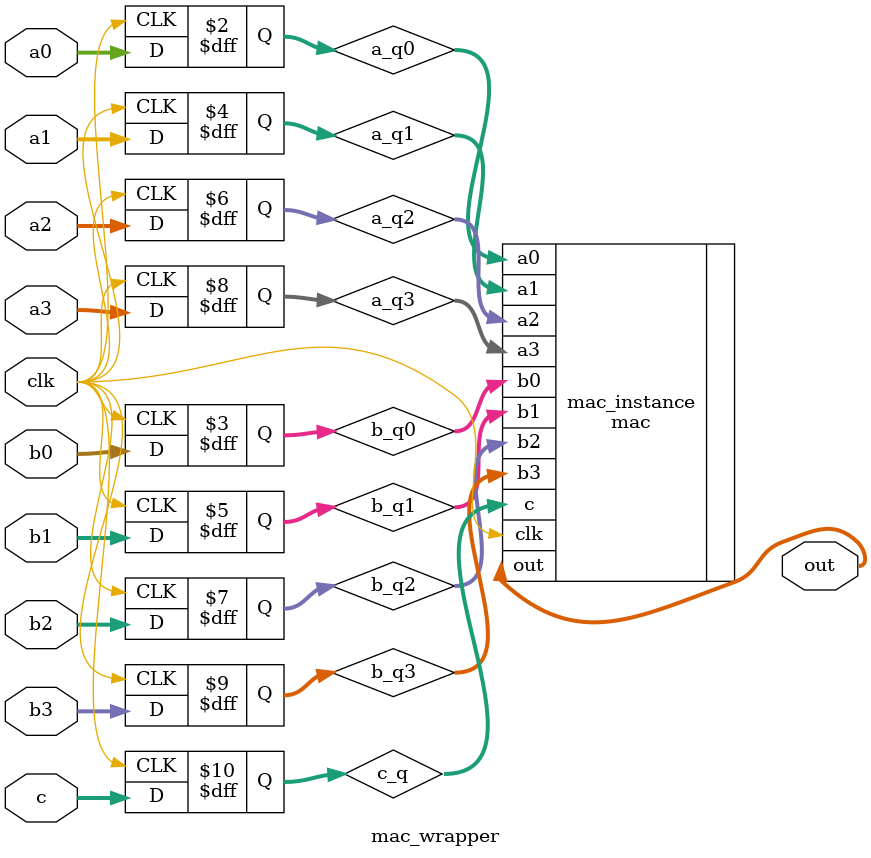
<source format=v>
module mac_wrapper (clk, out, a0, b0, a1, b1, a2, b2, a3, b3, c);

parameter bw = 4;
parameter psum_bw = 16;

output [psum_bw-1:0] out;
input  [bw-1:0] a0;
input  [bw-1:0] b0;
input  [bw-1:0] a1;
input  [bw-1:0] b1;
input  [bw-1:0] a2;
input  [bw-1:0] b2;
input  [bw-1:0] a3;
input  [bw-1:0] b3;

input  [psum_bw-1:0] c;
input  clk;

reg    [bw-1:0] a_q0;
reg    [bw-1:0] b_q0;
reg    [bw-1:0] a_q1;
reg    [bw-1:0] b_q1;
reg    [bw-1:0] a_q2;
reg    [bw-1:0] b_q2;
reg    [bw-1:0] a_q3;
reg    [bw-1:0] b_q3;

reg    [psum_bw-1:0] c_q;

mac #(.bw(bw), .psum_bw(psum_bw)) mac_instance (
        .clk(clk),
        .a0(a_q0), 
        .b0(b_q0),
	.a1(a_q1), 
        .b1(b_q1),
        .a2(a_q2), 
        .b2(b_q2),
	.a3(a_q3), 
        .b3(b_q3),
        .c(c_q),
	.out(out)
); 

always @ (posedge clk) begin
        b_q0  <= b0;
        a_q0  <= a0;
        b_q1  <= b1;
        a_q1  <= a1;
        b_q2  <= b2;
        a_q2  <= a2;
        b_q3  <= b3;
        a_q3  <= a3;
        c_q  <= c;
end

endmodule

</source>
